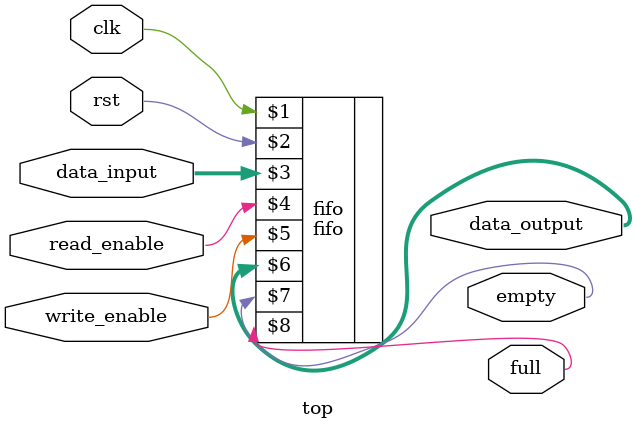
<source format=sv>
/*
* Copyright (c) 2022 Barcelona Supercomputing Center
* All rights reserved.
*
* The license below extends only to copyright in the software and shall
* not be construed as granting a license to any other intellectual
* property including but not limited to intellectual property relating
* to a hardware implementation of the functionality of the software
* licensed hereunder.  You may use the software subject to the license
* terms below provided that you ensure that this notice is replicated
* unmodified and in its entirety in all distributions of the software,
* modified or unmodified, in source code or in binary form.
*
* Redistribution and use in source and binary forms, with or without
* modification, are permitted provided that the following conditions are
* met: redistributions of source code must retain the above copyright
* notice, this list of conditions and the following disclaimer;
* redistributions in binary form must reproduce the above copyright
* notice, this list of conditions and the following disclaimer in the
* documentation and/or other materials provided with the distribution;
* neither the name of the copyright holders nor the names of its
* contributors may be used to endorse or promote products derived from
* this software without specific prior written permission.
*
* THIS SOFTWARE IS PROVIDED BY THE COPYRIGHT HOLDERS AND CONTRIBUTORS
* "AS IS" AND ANY EXPRESS OR IMPLIED WARRANTIES, INCLUDING, BUT NOT
* LIMITED TO, THE IMPLIED WARRANTIES OF MERCHANTABILITY AND FITNESS FOR
* A PARTICULAR PURPOSE ARE DISCLAIMED. IN NO EVENT SHALL THE COPYRIGHT
* OWNER OR CONTRIBUTORS BE LIABLE FOR ANY DIRECT, INDIRECT, INCIDENTAL,
* SPECIAL, EXEMPLARY, OR CONSEQUENTIAL DAMAGES (INCLUDING, BUT NOT
* LIMITED TO, PROCUREMENT OF SUBSTITUTE GOODS OR SERVICES; LOSS OF USE,
* DATA, OR PROFITS; OR BUSINESS INTERRUPTION) HOWEVER CAUSED AND ON ANY
* THEORY OF LIABILITY, WHETHER IN CONTRACT, STRICT LIABILITY, OR TORT
* (INCLUDING NEGLIGENCE OR OTHERWISE) ARISING IN ANY WAY OUT OF THE USE
* OF THIS SOFTWARE, EVEN IF ADVISED OF THE POSSIBILITY OF SUCH DAMAGE.
*
* Authors: Guillem Lopez Paradis
*/

module top(
	input clk,
	input rst,
	input [64-1:0] data_input,
	input read_enable,
	input write_enable,
	output [64-1:0] data_output,
	output empty,
	output full
);

fifo #(
	.DATA_WIDTH(64), // Bits of data
	.ADDR_WIDTH(3))

	fifo(	clk,
			rst,
			data_input,
			read_enable,
			write_enable,
			data_output,
			empty,
			full
			);
endmodule

</source>
